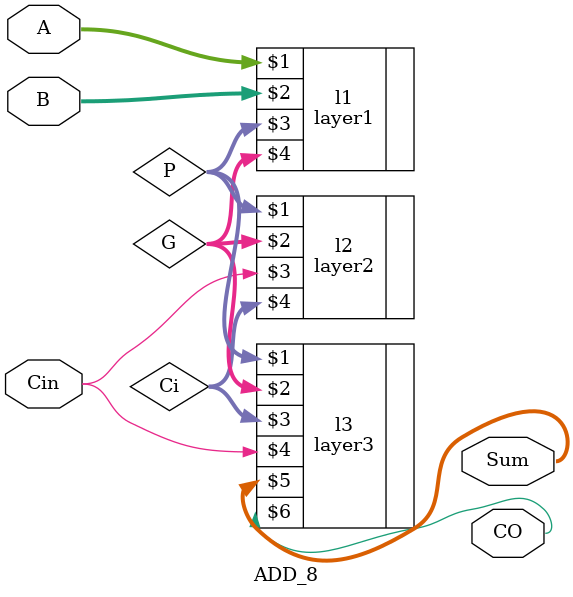
<source format=v>
`timescale 1ns / 1ps


module ADD_8(A,B,Cin,Sum,CO);
input [7:0] A,B;
input Cin;
output [7:0] Sum;
output CO;
wire [7:0] P,G,Ci;
layer1 l1(A,B,P,G);
layer2 l2(P,G,Cin,Ci);
layer3 l3(P,G,Ci,Cin,Sum,CO);


endmodule

</source>
